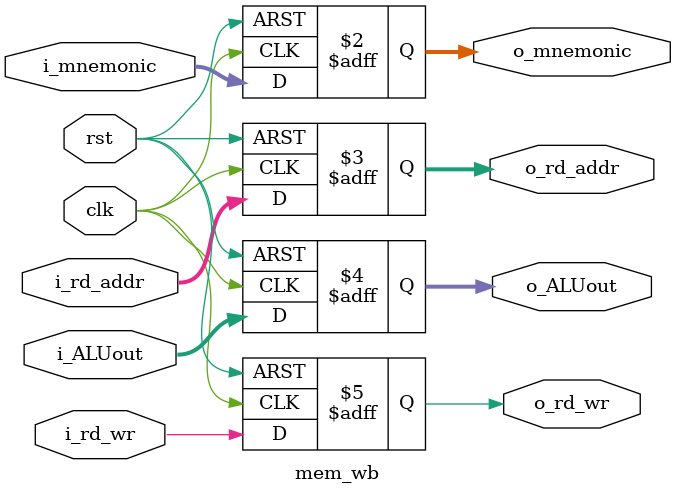
<source format=sv>
module mem_wb(
    input                   clk,
    input                   rst,

    input           [ 5:0]  i_mnemonic,
    input           [ 4:0]  i_rd_addr,
    input           [31:0]  i_ALUout,
    input                   i_rd_wr,

    output  logic   [ 5:0]  o_mnemonic,
    output  logic   [ 4:0]  o_rd_addr,
    output  logic   [31:0]  o_ALUout,
    output  logic           o_rd_wr
);
    always_ff @(posedge clk, posedge rst) begin
        if (rst) begin
            o_rd_addr   <= 'd0;
            o_ALUout    <= 'd0;
            o_rd_wr     <= 'd0;
            o_mnemonic  <= 'd0;
        end else begin
            o_rd_addr   <= i_rd_addr;
            o_ALUout    <= i_ALUout;
            o_rd_wr     <= i_rd_wr;
            o_mnemonic  <= i_mnemonic;
        end
    end

endmodule
</source>
